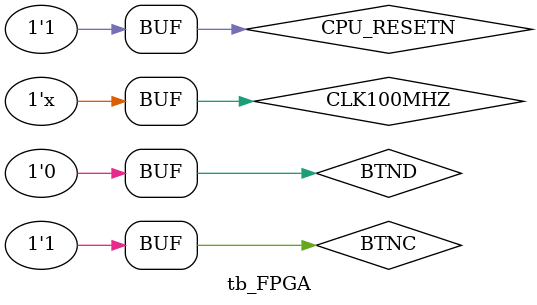
<source format=sv>
`timescale 1ns / 1ps


module tb_FPGA;

logic CLK100MHZ, CPU_RESETN, BTNC, BTND, VGA_VS, VGA_HS, VGA_R, VGA_G, VGA_B;
 FPGA DUT(
    CLK100MHZ,    // using the same name as pin names
    CPU_RESETN,
    BTNC, 
    BTND,   
//    output wire CA, CB, CC, CD, CE, CF, CG, DP,
    VGA_VS,
    VGA_HS,
    VGA_R,
    VGA_G,
     VGA_B
//    output wire [7:0] AN,    
//    input wire [15:0] SW     
);

    always
    #10 CLK100MHZ=~CLK100MHZ;


    initial begin 
    CLK100MHZ = 0;
    CPU_RESETN = 0;
    
    BTNC = 0;
    BTND = 0;
    #10;
    CPU_RESETN=1;
    #100;
    BTNC=1;
    
    end
    
    


endmodule

</source>
